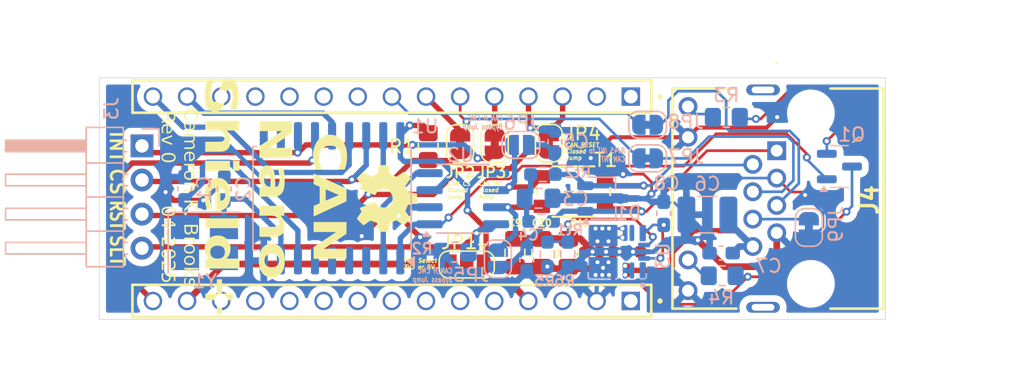
<source format=kicad_pcb>
(kicad_pcb (version 20241229) (generator "pcbnew") (generator_version "9.0")
  (layers (0 "F.Cu" signal) (4 "In1.Cu" signal) (6 "In2.Cu" signal) (2 "B.Cu" signal) (13 "F.Paste" user) (15 "B.Paste" user) (5 "F.SilkS" user "F.Silkscreen") (7 "B.SilkS" user "B.Silkscreen") (1 "F.Mask" user) (3 "B.Mask" user) (25 "Edge.Cuts" user))
  (net 0 "")
  (net 1 "/A0")
  (net 2 "/A2")
  (net 3 "/A4")
  (net 4 "/A3")
  (net 5 "/D6")
  (net 6 "/RST1")
  (net 7 "+3V3")
  (net 8 "/A5")
  (net 9 "Net-(C3-Pad1)")
  (net 10 "/D10")
  (net 11 "/D0")
  (net 12 "/A6")
  (net 13 "/D9")
  (net 14 "/D8")
  (net 15 "/SYNC")
  (net 16 "GND")
  (net 17 "/A7")
  (net 18 "/RST2")
  (net 19 "/D7")
  (net 20 "/AREF")
  (net 21 "/A1")
  (net 22 "+5V")
  (net 23 "/D1")
  (net 24 "/ESTOP")
  (net 31 "/CAN_CS_DEFAULT")
  (net 32 "/CAN_INT_DEFAULT")
  (net 33 "/CAN_H")
  (net 34 "/CAN_L")
  (net 35 "/OSC2")
  (net 36 "/OSC1")
  (net 37 "/SILENT")
  (net 38 "/CAN_CS")
  (net 39 "/~{CAN_INT}")
  (net 40 "/CAN_RESET")
  (net 41 "/CAN_RX")
  (net 42 "/MISO")
  (net 43 "/SCK")
  (net 44 "/MOSI")
  (net 45 "/CAN_TX")
  (net 46 "/CAN_H_IN")
  (net 47 "/CAN_L_IN")
  (net 49 "/CAN_SHLD")
  (net 50 "/CAN_ESTOP")
  (net 51 "/LED_TX")
  (net 52 "/CAN_V+")
  (net 53 "/LED_PWR")
  (net 54 "/CAN_SYNC")
  (net 55 "Net-(Q1-S)")
  (net 56 "VCC")
  (net 57 "Net-(U3-FB)")
  (net 58 "Net-(U3-SW-Pad5)")
  (net 61 "Net-(U3-RT)")
  (footprint "SparkFun-Aesthetic:OSHW_Logo_5mm" (layer "F.Cu") (at 133 92.3 -90)
    (property "Reference" "Ref**" (hide yes))
    (property "Value" "Val**" (hide yes))
  )
  (footprint "Capacitor_SMD:C_0805_2012Metric_Pad1.18x1.45mm_HandSolder" (layer "F.Cu") (at 142.78 96.33 90)
    (property "Reference" "C9")
    (property "Value" "22u X5R")
  )
  (footprint "Jumper:SolderJumper-3_P1.3mm_Open_RoundedPad1.0x1.5mm" (layer "F.Cu") (at 139.19 97.2125 180)
    (property "Reference" "JP1")
    (property "Value" "VCC_SEL")
  )
  (footprint "Jumper:SolderJumper-2_P1.3mm_Bridged_RoundedPad1.0x1.5mm" (layer "F.Cu") (at 138.7 88.2 -90)
    (property "Reference" "JP2")
    (property "Value" "SolderJumper_2_Bridged" (hide yes))
  )
  (footprint "Jumper:SolderJumper-2_P1.3mm_Bridged_RoundedPad1.0x1.5mm" (layer "F.Cu") (at 141.275 88.2 -90)
    (property "Reference" "JP3")
    (property "Value" "SolderJumper_2_Bridged" (hide yes))
  )
  (footprint "kml-custom:25015504-RJ45" (layer "F.Cu") (at 162.26 88.73 90)
    (property "Reference" "J4")
    (property "Value" "8P8C_LED_Shielded" (hide yes))
  )
  (footprint "kml-custom:SAMTEC_SSQ-115-03-T-S" (layer "F.Cu") (at 133.62 99.93 180)
    (property "Reference" "J2" (hide yes))
    (property "Value" "SSQ-115-03-T-S")
  )
  (footprint "Resistor_SMD:R_0805_2012Metric_Pad1.20x1.40mm_HandSolder" (layer "F.Cu") (at 136.325 88.425 -90)
    (property "Reference" "R1")
    (property "Value" "10k")
  )
  (footprint "Capacitor_SMD:C_0805_2012Metric_Pad1.18x1.45mm_HandSolder" (layer "F.Cu") (at 146.76 96.34 90)
    (property "Reference" "C11")
    (property "Value" "22u X5R")
  )
  (footprint "Jumper:SolderJumper-2_P1.3mm_Bridged_RoundedPad1.0x1.5mm" (layer "F.Cu") (at 145.3 88.175 -90)
    (property "Reference" "JP4")
    (property "Value" "SolderJumper_2_Bridged" (hide yes))
  )
  (footprint "Capacitor_SMD:C_0805_2012Metric_Pad1.18x1.45mm_HandSolder" (layer "F.Cu") (at 144.78 96.34 90)
    (property "Reference" "C10")
    (property "Value" "22u X5R")
  )
  (footprint "kml-custom:SMT_13N002_TDK" (layer "F.Cu") (at 147.1305 91.775)
    (property "Reference" "T1")
    (property "Value" "B82789C0113N002")
  )
  (footprint "kml-custom:SAMTEC_SSQ-115-03-T-S" (layer "F.Cu") (at 133.625 84.7 180)
    (property "Reference" "J1" (hide yes))
    (property "Value" "SSQ-115-03-T-S")
  )
  (footprint "Jumper:SolderJumper-2_P1.3mm_Bridged_RoundedPad1.0x1.5mm" (layer "B.Cu") (at 152.65 89.3)
    (property "Reference" "JP7")
    (property "Value" "SolderJumper_2_Bridged")
  )
  (footprint "Package_TO_SOT_SMD:SOT-23" (layer "B.Cu") (at 166.925 89.9125)
    (property "Reference" "Q1")
    (property "Value" "AO3401A")
  )
  (footprint "Capacitor_SMD:C_1210_3225Metric_Pad1.33x2.70mm_HandSolder" (layer "B.Cu") (at 157.1 93.5 180)
    (property "Reference" "C6")
    (property "Value" "4.7u X7R")
  )
  (footprint "Crystal:Crystal_SMD_3225-4Pin_3.2x2.5mm_HandSoldering" (layer "B.Cu") (at 119.675 95.575)
    (property "Reference" "Y1")
    (property "Value" "16MHz 9pF")
  )
  (footprint "Capacitor_SMD:C_0603_1608Metric_Pad1.08x0.95mm_HandSolder" (layer "B.Cu") (at 158.125 96.36 180)
    (property "Reference" "C7")
    (property "Value" "100n X7R")
  )
  (footprint "Jumper:SolderJumper-2_P1.3mm_Open_RoundedPad1.0x1.5mm" (layer "B.Cu") (at 143.225 88.3)
    (property "Reference" "JP6")
    (property "Value" "SolderJumper_2_Open" (hide yes))
  )
  (footprint "Resistor_SMD:R_0805_2012Metric_Pad1.20x1.40mm_HandSolder" (layer "B.Cu") (at 158.2 98.05 180)
    (property "Reference" "R4")
    (property "Value" "510R")
  )
  (footprint "Capacitor_SMD:C_0603_1608Metric_Pad1.08x0.95mm_HandSolder" (layer "B.Cu") (at 153.85 93.4 90)
    (property "Reference" "C8")
    (property "Value" "1u X7R")
  )
  (footprint "Jumper:SolderJumper-2_P1.3mm_Bridged_RoundedPad1.0x1.5mm" (layer "B.Cu") (at 152.65 86.8)
    (property "Reference" "JP8")
    (property "Value" "SolderJumper_2_Bridged")
  )
  (footprint "Capacitor_SMD:C_0603_1608Metric_Pad1.08x0.95mm_HandSolder" (layer "B.Cu") (at 143.66 96.86 90)
    (property "Reference" "C4")
    (property "Value" "100p")
  )
  (footprint "Jumper:SolderJumper-2_P1.3mm_Bridged_RoundedPad1.0x1.5mm" (layer "B.Cu") (at 164.65 94.45 90)
    (property "Reference" "JP9")
    (property "Value" "SolderJumper_2_Bridged")
  )
  (footprint "Capacitor_SMD:C_0603_1608Metric_Pad1.08x0.95mm_HandSolder" (layer "B.Cu") (at 121.15 91.575 90)
    (property "Reference" "C2")
    (property "Value" "15p")
  )
  (footprint "Resistor_SMD:R_0603_1608Metric_Pad0.98x0.95mm_HandSolder" (layer "B.Cu") (at 144.8625 90.5)
    (property "Reference" "Rt2")
    (property "Value" "60")
  )
  (footprint "Resistor_SMD:R_0805_2012Metric_Pad1.20x1.40mm_HandSolder" (layer "B.Cu") (at 158.51 86.24 180)
    (property "Reference" "R3")
    (property "Value" "510R")
  )
  (footprint "Jumper:SolderJumper-2_P1.3mm_Open_RoundedPad1.0x1.5mm" (layer "B.Cu") (at 141.51 96.79 -90)
    (property "Reference" "JP5")
    (property "Value" "SolderJumper_2_Open")
  )
  (footprint "Resistor_SMD:R_0603_1608Metric_Pad0.98x0.95mm_HandSolder" (layer "B.Cu") (at 146.71 96.46 -90)
    (property "Reference" "R6")
    (property "Value" "10k")
  )
  (footprint "Package_TO_SOT_SMD:TSOT-23" (layer "B.Cu") (at 149.325 92.2925)
    (property "Reference" "D1")
    (property "Value" "PESD2CANFD24LT-Q")
  )
  (footprint "Capacitor_SMD:C_0603_1608Metric_Pad1.08x0.95mm_HandSolder" (layer "B.Cu") (at 118.2 91.5625 90)
    (property "Reference" "C1")
    (property "Value" "15p")
  )
  (footprint "Package_SO:SOIC-8_3.9x4.9mm_P1.27mm" (layer "B.Cu") (at 138.9 92.31)
    (property "Reference" "U2")
    (property "Value" "TJA1051T-3")
  )
  (footprint "kml-custom:CONV_TLVM23615RDNR" (layer "B.Cu") (at 150.33 96.26 90)
    (property "Reference" "U3")
    (property "Value" "TPSM33625RDNR")
  )
  (footprint "Resistor_SMD:R_0805_2012Metric_Pad1.20x1.40mm_HandSolder" (layer "B.Cu") (at 138.32 96.29 180)
    (property "Reference" "R2")
    (property "Value" "10k")
  )
  (footprint "Connector_PinHeader_2.54mm:PinHeader_1x04_P2.54mm_Horizontal" (layer "B.Cu") (at 115.025 88.375 180)
    (property "Reference" "J3")
    (property "Value" "Conn_01x04_Pin" (hide yes))
  )
  (footprint "Resistor_SMD:R_0603_1608Metric_Pad0.98x0.95mm_HandSolder" (layer "B.Cu") (at 145.19 96.4525 90)
    (property "Reference" "R5")
    (property "Value" "Rfbt")
  )
  (footprint "Capacitor_SMD:C_0805_2012Metric_Pad1.18x1.45mm_HandSolder" (layer "B.Cu") (at 144.5375 92.275)
    (property "Reference" "C3")
    (property "Value" "4.7n")
  )
  (footprint "Resistor_SMD:R_0603_1608Metric_Pad0.98x0.95mm_HandSolder" (layer "B.Cu") (at 144.725 94 180)
    (property "Reference" "Rt1")
    (property "Value" "60")
  )
  (footprint "Package_SO:SOIC-18W_7.5x11.6mm_P1.27mm" (layer "B.Cu") (at 129.17 92.275 90)
    (property "Reference" "U1")
    (property "Value" "MCP2515-xSO")
  )
  (footprint "Capacitor_SMD:C_0603_1608Metric_Pad1.08x0.95mm_HandSolder" (layer "B.Cu") (at 145.75 88.0625 90)
    (property "Reference" "C5")
    (property "Value" "100p")
  )
  (gr_rect (start 111.85 83.3) (end 170.35 101.3) (stroke (width 0.05)) (fill no) (layer "Edge.Cuts"))
  (gr_text "Cameron K. Brooks\nRev 0       04-2025" (at 116.325 92.2 270) (layer "F.SilkS") (effects (font (size 1 1) (thickness 0.125) (italic yes)) (justify bottom)))
  (gr_text "CS" (at 112.6 89.925 270) (layer "F.SilkS") (effects (font (size 1 1) (thickness 0.2) (bold yes)) (justify left bottom)))
  (gr_text "CAN INT\nClosed \nJump" (at 140.01 92.32 0) (layer "F.SilkS") (effects (font (size 0.3 0.3) (thickness 0.075) (bold yes) (italic yes)) (justify left bottom)))
  (gr_text "VCC Select\n3V3 or 5V" (at 134.44 97.58 0) (layer "F.SilkS") (effects (font (size 0.3 0.3) (thickness 0.075) (bold yes) (italic yes)) (justify left bottom)))
  (gr_text "INT" (at 112.575 87.15 270) (layer "F.SilkS") (effects (font (size 1 1) (thickness 0.2) (bold yes)) (justify left bottom)))
  (gr_text "CAN\nNano\nShield+" (at 119.325 92.25 270) (layer "F.SilkS") (effects (font (size 2.4 3) (thickness 0.2) (bold yes)) (justify bottom)))
  (gr_text "RST" (at 112.6 92.315 270) (layer "F.SilkS") (effects (font (size 1 0.8) (thickness 0.2) (bold yes)) (justify left bottom)))
  (gr_text "SLT" (at 112.6 94.9 270) (layer "F.SilkS") (effects (font (size 1 0.9) (thickness 0.2) (bold yes)) (justify left bottom)))
  (gr_text "CAN RESET\nClosed \nJump" (at 146.52 89.44 0) (layer "F.SilkS") (effects (font (size 0.3 0.3) (thickness 0.075) (bold yes) (italic yes)) (justify left bottom)))
  (gr_text "CAN CS\nClosed \nJump" (at 137.73 92.33 0) (layer "F.SilkS") (effects (font (size 0.3 0.3) (thickness 0.075) (bold yes) (italic yes)) (justify left bottom)))
  (gr_text "RJ45 INT to \nCAN INT" (at 151.04 89.6 0) (layer "B.SilkS") (effects (font (size 0.4 0.3) (thickness 0.075) (bold yes) (italic yes)) (justify left bottom mirror)))
  (gr_text "CAN_H CMC \nBypass Jump" (at 141.93 87.18 0) (layer "B.SilkS") (effects (font (size 0.4 0.3) (thickness 0.075) (bold yes) (italic yes)) (justify left bottom mirror)))
  (gr_text "CAN_H CMC \nBypass Jump" (at 138.19 98.56 0) (layer "B.SilkS") (effects (font (size 0.4 0.3) (thickness 0.075) (bold yes) (italic yes)) (justify left bottom mirror)))
  (segment (start 146.325 84.69) (end 146.325 86.325) (width 0.4) (layer "F.Cu") (net 6))
  (segment (start 145.3 87.35) (end 145.3 87.525) (width 0.4) (layer "F.Cu") (net 6))
  (segment (start 146.325 86.325) (end 145.3 87.35) (width 0.4) (layer "F.Cu") (net 6))
  (segment (start 137.89 97.2125) (end 137.8525 97.175) (width 0.5) (layer "F.Cu") (net 7))
  (segment (start 121.135 97.175) (end 118.38 99.93) (width 0.5) (layer "F.Cu") (net 7))
  (segment (start 137.8525 97.175) (end 121.135 97.175) (width 0.5) (layer "F.Cu") (net 7))
  (segment (start 143.65 92.425) (end 143.5 92.275) (width 0.4) (layer "B.Cu") (net 9))
  (segment (start 144.125 90.325) (end 143.95 90.5) (width 0.4) (layer "B.Cu") (net 9))
  (segment (start 143.95 91.825) (end 143.5 92.275) (width 0.4) (layer "B.Cu") (net 9))
  (segment (start 143.8125 94) (end 143.65 93.8375) (width 0.4) (layer "B.Cu") (net 9))
  (segment (start 143.95 90.5) (end 143.95 91.825) (width 0.4) (layer "B.Cu") (net 9))
  (segment (start 143.65 93.8375) (end 143.65 92.425) (width 0.4) (layer "B.Cu") (net 9))
  (segment (start 138.705 86.094) (end 138.705 84.7) (width 0.2) (layer "F.Cu") (net 15))
  (segment (start 138.75 84.735) (end 138.705 84.69) (width 0.4) (layer "F.Cu") (net 15))
  (segment (start 139.171 86.56) (end 138.705 86.094) (width 0.2) (layer "F.Cu") (net 15))
  (via (at 139.171 86.56) (size 0.6) (drill 0.3) (layers "F.Cu" "B.Cu") (net 15))
  (segment (start 152 89.3) (end 149.0615 86.3615) (width 0.2) (layer "B.Cu") (net 15))
  (segment (start 139.3695 86.3615) (end 139.171 86.56) (width 0.2) (layer "B.Cu") (net 15))
  (segment (start 149.0615 86.3615) (end 139.3695 86.3615) (width 0.2) (layer "B.Cu") (net 15))
  (segment (start 149.9687 87.73) (end 148.42 89.2787) (width 0.3) (layer "F.Cu") (net 16))
  (segment (start 143.785 84.7) (end 143.785 86.910653) (width 0.4) (layer "F.Cu") (net 16))
  (segment (start 152.951 91.923355) (end 152.931303 91.943052) (width 0.2) (layer "F.Cu") (net 16))
  (segment (start 158.375 97.375) (end 161.125 97.375) (width 0.5) (layer "F.Cu") (net 16))
  (segment (start 163.3 91.81) (end 162.26 90.77) (width 0.2) (layer "F.Cu") (net 16))
  (segment (start 117.39 92.43) (end 116.78 91.82) (width 0.4) (layer "F.Cu") (net 16))
  (segment (start 150.825 90.4787) (end 152.348643 90.4787) (width 0.2) (layer "F.Cu") (net 16))
  (segment (start 161.509 87.011) (end 162.29 86.23) (width 0.3) (layer "F.Cu") (net 16))
  (segment (start 161.125 97.375) (end 162.26 96.24) (width 0.5) (layer "F.Cu") (net 16))
  (segment (start 147.625 95.275) (end 145.5375 95.275) (width 0.5) (layer "F.Cu") (net 16))
  (segment (start 155.66 87.73) (end 156.379 87.011) (width 0.3) (layer "F.Cu") (net 16))
  (segment (start 156.392831 95.392831) (end 158.375 97.375) (width 0.5) (layer "F.Cu") (net 16))
  (segment (start 156.379 87.011) (end 161.509 87.011) (width 0.3) (layer "F.Cu") (net 16))
  (segment (start 162.26 96.24) (end 162.26 94.85) (width 0.5) (layer "F.Cu") (net 16))
  (segment (start 148.56 96.26) (end 148.56 96.21) (width 0.5) (layer "F.Cu") (net 16))
  (segment (start 164.37 92.03) (end 164.15 91.81) (width 0.2) (layer "F.Cu") (net 16))
  (segment (start 164.15 91.81) (end 163.3 91.81) (width 0.2) (layer "F.Cu") (net 16))
  (segment (start 145.5375 95.275) (end 145.525 95.2625) (width 0.5) (layer "F.Cu") (net 16))
  (segment (start 152.348643 90.4787) (end 152.951 91.081057) (width 0.2) (layer "F.Cu") (net 16))
  (segment (start 148.56 96.21) (end 147.625 95.275) (width 0.5) (layer "F.Cu") (net 16))
  (segment (start 135.725 95.175) (end 134.125 93.575) (width 0.4) (layer "F.Cu") (net 16))
  (segment (start 155.66 87.73) (end 149.9687 87.73) (width 0.3) (layer "F.Cu") (net 16))
  (segment (start 152.951 91.081057) (end 152.951 91.923355) (width 0.2) (layer "F.Cu") (net 16))
  (segment (start 143.785 86.910653) (end 143.919347 87.045) (width 0.4) (layer "F.Cu") (net 16))
  (segment (start 132.9 93.575) (end 134.125 93.575) (width 0.4) (layer "F.Cu") (net 16))
  (segment (start 131.375 95.1) (end 132.9 93.575) (width 0.4) (layer "F.Cu") (net 16))
  (segment (start 145.525 95.2625) (end 142.81 95.2625) (width 0.5) (layer "F.Cu") (net 16))
  (segment (start 119.59 92.43) (end 117.39 92.43) (width 0.4) (layer "F.Cu") (net 16))
  (segment (start 142.81 95.2625) (end 142.78 95.2925) (width 0.5) (layer "F.Cu") (net 16))
  (via (at 131.375 95.1) (size 0.6) (drill 0.3) (layers "F.Cu" "B.Cu") (net 16))
  (via (at 135.725 95.175) (size 0.6) (drill 0.3) (layers "F.Cu" "B.Cu") (net 16))
  (via (at 143.919347 87.045) (size 0.6) (drill 0.3) (layers "F.Cu" "B.Cu") (net 16))
  (via (at 152.931303 91.943052) (size 0.6) (drill 0.3) (layers "F.Cu" "B.Cu") (net 16))
  (via (at 148.42 89.2787) (size 0.6) (drill 0.3) (layers "F.Cu" "B.Cu") (net 16))
  (via (at 119.59 92.43) (size 0.6) (drill 0.3) (layers "F.Cu" "B.Cu") (net 16))
  (via (at 150.825 90.4787) (size 0.6) (drill 0.3) (layers "F.Cu" "B.Cu") (net 16))
  (via (at 162.29 86.23) (size 0.6) (drill 0.3) (layers "F.Cu" "B.Cu") (net 16))
  (via (at 156.392831 95.392831) (size 0.6) (drill 0.3) (layers "F.Cu" "B.Cu") (net 16))
  (via (at 134.125 93.575) (size 0.6) (drill 0.3) (layers "F.Cu" "B.Cu") (net 16))
  (via (at 116.78 91.82) (size 0.6) (drill 0.3) (layers "F.Cu" "B.Cu") (net 16))
  (via (at 164.37 92.03) (size 0.6) (drill 0.3) (layers "F.Cu" "B.Cu") (net 16))
  (segment (start 157.2625 95.225) (end 155.5375 93.5) (width 0.4) (layer "B.Cu") (net 16))
  (segment (start 157.2625 96.36) (end 157.2625 95.225) (width 0.4) (layer "B.Cu") (net 16))
  (segment (start 144.3775 98.44) (end 143.66 97.7225) (width 0.5) (layer "B.Cu") (net 16))
  (segment (start 153.12 96.26) (end 154.03 95.35) (width 0.35) (layer "B.Cu") (net 16))
  (segment (start 145.6425 98.44) (end 144.3775 98.44) (width 0.5) (layer "B.Cu") (net 16))
  (segment (start 146.71 97.3725) (end 147.1175 97.3725) (width 0.5) (layer "B.Cu") (net 16))
  (segment (start 153.016923 91.943052) (end 154.189975 90.77) (width 0.2) (layer "B.Cu") (net 16))
  (segment (start 134.755 92.945) (end 134.125 93.575) (width 0.4) (layer "B.Cu") (net 16))
  (segment (start 154.03 95.35) (end 154.375 95.35) (width 0.35) (layer "B.Cu") (net 16))
  (segment (start 148.23 96.26) (end 148.56 96.26) (width 0.5) (layer "B.Cu") (net 16))
  (segment (start 152.56438 92.309975) (end 150.652475 92.309975) (width 0.4) (layer "B.Cu") (net 16))
  (segment (start 150.635 92.2925) (end 150.6425 92.3) (width 0.8) (layer "B.Cu") (net 16))
  (segment (start 155.16 98.66) (end 155.66 99.16) (width 0.3) (layer "B.Cu") (net 16))
  (segment (start 142.9325 98.45) (end 139.48 98.45) (width 0.5) (layer "B.Cu") (net 16))
  (segment (start 150.652475 92.309975) (end 150.635 92.2925) (width 0.4) (layer "B.Cu") (net 16))
  (segment (start 145.575 92.275) (end 146.925 92.275) (width 0.75) (layer "B.Cu") (net 16))
  (segment (start 164.65 95.099999) (end 165.032754 95.099999) (width 0.2) (layer "B.Cu") (net 16))
  (segment (start 154.189975 90.77) (end 162.26 90.77) (width 0.2) (layer "B.Cu") (net 16))
  (segment (start 165.706 93.366) (end 164.37 92.03) (width 0.2) (layer "B.Cu") (net 16))
  (segment (start 148.86 98.83) (end 149.03 98.66) (width 0.3) (layer "B.Cu") (net 16))
  (segment (start 146.925 92.275) (end 150.6175 92.275) (width 0.75) (layer "B.Cu") (net 16))
  (segment (start 152.63 96.26) (end 153.12 96.26) (width 0.35) (layer "B.Cu") (net 16))
  (segment (start 136.425 92.945) (end 134.755 92.945) (width 0.4) (layer "B.Cu") (net 16))
  (segment (start 165.032754 95.099999) (end 165.706 94.426753) (width 0.2) (layer "B.Cu") (net 16))
  (segment (start 143.919347 87.045) (end 145.595 87.045) (width 0.4) (layer "B.Cu") (net 16))
  (segment (start 145.595 87.045) (end 145.75 87.2) (width 0.4) (layer "B.Cu") (net 16))
  (segment (start 152.62 96.25) (end 152.63 96.26) (width 0.2) (layer "B.Cu") (net 16))
  (segment (start 152.931303 91.943052) (end 153.016923 91.943052) (width 0.2) (layer "B.Cu") (net 16))
  (segment (start 154.375 95.35) (end 155.375 95.35) (width 0.5) (layer "B.Cu") (net 16))
  (segment (start 143.66 97.7225) (end 142.9325 98.45) (width 0.5) (layer "B.Cu") (net 16))
  (segment (start 165.706 94.426753) (end 165.706 93.366) (width 0.2) (layer "B.Cu") (net 16))
  (segment (start 146.71 97.3725) (end 145.6425 98.44) (width 0.5) (layer "B.Cu") (net 16))
  (segment (start 121.15 90.7125) (end 121.15 90.87) (width 0.4) (layer "B.Cu") (net 16))
  (segment (start 121.15 90.87) (end 119.59 92.43) (width 0.4) (layer "B.Cu") (net 16))
  (segment (start 155.375 93.475) (end 155.375 95.35) (width 0.5) (layer "B.Cu") (net 16))
  (segment (start 139.48 98.45) (end 137.32 96.29) (width 0.5) (layer "B.Cu") (net 16))
  (segment (start 153.85 92.6) (end 154.6375 92.6) (width 0.2) (layer "B.Cu") (net 16))
  (segment (start 147.1175 97.3725) (end 148.23 96.26) (width 0.5) (layer "B.Cu") (net 16))
  (segment (start 155.31 88.08) (end 155.66 87.73) (width 0.3) (layer "B.Cu") (net 16))
  (segment (start 156.392831 95.392831) (end 156.35 95.35) (width 0.5) (layer "B.Cu") (net 16))
  (segment (start 149.03 98.66) (end 155.16 98.66) (width 0.3) (layer "B.Cu") (net 16))
  (segment (start 148.86 99.93) (end 148.86 98.83) (width 0.3) (layer "B.Cu") (net 16))
  (segment (start 156.35 95.35) (end 155.375 95.35) (width 0.5) (layer "B.Cu") (net 16))
  (segment (start 152.931303 91.943052) (end 152.56438 92.309975) (width 0.4) (layer "B.Cu") (net 16))
  (segment (start 154.6375 92.6) (end 155.5375 93.5) (width 0.2) (layer "B.Cu") (net 16))
  (segment (start 142.2685 98.4185) (end 142.275 98.425) (width 0.5) (layer "F.Cu") (net 22))
  (segment (start 139.19 97.857384) (end 139.751116 98.4185) (width 0.5) (layer "F.Cu") (net 22))
  (segment (start 139.19 97.2125) (end 139.19 97.857384) (width 0.5) (layer "F.Cu") (net 22))
  (segment (start 139.751116 98.4185) (end 142.2685 98.4185) (width 0.5) (layer "F.Cu") (net 22))
  (segment (start 142.275 98.425) (end 143.78 99.93) (width 0.5) (layer "F.Cu") (net 22))
  (segment (start 143.755 99.93) (end 143.785 99.93) (width 0.4) (layer "F.Cu") (net 22))
  (segment (start 152 86.8) (end 151.16 85.96) (width 0.2) (layer "B.Cu") (net 24))
  (segment (start 151.16 85.96) (end 134.885 85.96) (width 0.2) (layer "B.Cu") (net 24))
  (segment (start 134.885 85.96) (end 133.625 84.7) (width 0.2) (layer "B.Cu") (net 24))
  (segment (start 138.7 87.55) (end 138.7 87.235) (width 0.4) (layer "F.Cu") (net 31))
  (segment (start 138.7 87.235) (end 136.165 84.7) (width 0.4) (layer "F.Cu") (net 31))
  (segment (start 138.7 87.55) (end 138.75 87.5) (width 0.4) (layer "F.Cu") (net 31))
  (segment (start 141.245 87.27) (end 141.275 87.3) (width 0.4) (layer "F.Cu") (net 32))
  (segment (start 141.275 87.3) (end 141.275 84.72) (width 0.4) (layer "F.Cu") (net 32))
  (segment (start 141.275 84.72) (end 141.245 84.69) (width 0.4) (layer "F.Cu") (net 32))
  (segment (start 141.275 84.72) (end 141.245 84.69) (width 0.4) (layer "B.Cu") (net 32))
  (segment (start 152.534918 93.275) (end 157.079918 88.73) (width 0.2) (layer "F.Cu") (net 33))
  (segment (start 152.225 93.275) (end 152.534918 93.275) (width 0.2) (layer "F.Cu") (net 33))
  (segment (start 152.18 93.26) (end 151.995 93.075) (width 0.4) (layer "F.Cu") (net 33))
  (segment (start 152.21 93.26) (end 152.225 93.275) (width 0.2) (layer "F.Cu") (net 33))
  (segment (start 149.68 93.075) (end 149.48 92.875) (width 0.4) (layer "F.Cu") (net 33))
  (segment (start 152.21 93.26) (end 152.18 93.26) (width 0.4) (layer "F.Cu") (net 33))
  (segment (start 157.079918 88.73) (end 162.26 88.73) (width 0.2) (layer "F.Cu") (net 33))
  (segment (start 151.995 93.075) (end 149.68 93.075) (width 0.4) (layer "F.Cu") (net 33))
  (via (at 152.21 93.26) (size 0.6) (drill 0.3) (layers "F.Cu" "B.Cu") (net 33))
  (segment (start 150.675 93.2425) (end 152.215 93.2425) (width 0.4) (layer "B.Cu") (net 33))
  (segment (start 143.66 95.55) (end 143.66 95.9975) (width 0.4) (layer "B.Cu") (net 33))
  (segment (start 148.015 93.2425) (end 150.675 93.2425) (width 0.4) (layer "B.Cu") (net 33))
  (segment (start 145.6375 93.9625) (end 146.3575 93.2425) (width 0.4) (layer "B.Cu") (net 33))
  (segment (start 145.21 94) (end 143.66 95.55) (width 0.4) (layer "B.Cu") (net 33))
  (segment (start 142.2175 97.44) (end 141.51 97.44) (width 0.4) (layer "B.Cu") (net 33))
  (segment (start 146.3575 93.2425) (end 148.015 93.2425) (width 0.4) (layer "B.Cu") (net 33))
  (segment (start 143.66 95.9975) (end 142.2175 97.44) (width 0.4) (layer "B.Cu") (net 33))
  (segment (start 145.6375 94) (end 145.21 94) (width 0.4) (layer "B.Cu") (net 33))
  (segment (start 145.6375 94) (end 145.6375 93.9625) (width 0.4) (layer "B.Cu") (net 33))
  (segment (start 152.33 91.35) (end 150.155 91.35) (width 0.4) (layer "F.Cu") (net 34))
  (segment (start 152.35 91.33) (end 152.33 91.35) (width 0.4) (layer "F.Cu") (net 34))
  (segment (start 150.155 91.35) (end 149.48 90.675) (width 0.4) (layer "F.Cu") (net 34))
  (via (at 152.35 91.33) (size 0.6) (drill 0.3) (layers "F.Cu" "B.Cu") (net 34))
  (segment (start 148.015 91.3425) (end 152.3825 91.3425) (width 0.4) (layer "B.Cu") (net 34))
  (segment (start 148.015 91.3425) (end 147.1725 90.5) (width 0.4) (layer "B.Cu") (net 34))
  (segment (start 145.775 88.95) (end 145.775 90.5) (width 0.4) (layer "B.Cu") (net 34))
  (segment (start 154.475 89.8) (end 152.945 91.33) (width 0.2) (layer "B.Cu") (net 34))
  (segment (start 160.43 89.8) (end 154.475 89.8) (width 0.2) (layer "B.Cu") (net 34))
  (segment (start 160.48 89.75) (end 160.43 89.8) (width 0.2) (layer "B.Cu") (net 34))
  (segment (start 145.125 88.3) (end 145.775 88.95) (width 0.4) (layer "B.Cu") (net 34))
  (segment (start 152.945 91.33) (end 152.35 91.33) (width 0.2) (layer "B.Cu") (net 34))
  (segment (start 147.1725 90.5) (end 145.775 90.5) (width 0.4) (layer "B.Cu") (net 34))
  (segment (start 143.875 88.3) (end 145.125 88.3) (width 0.4) (layer "B.Cu") (net 34))
  (segment (start 119.525 91.125) (end 118.225 92.425) (width 0.4) (layer "B.Cu") (net 35))
  (segment (start 126.63 96.925) (end 126.63 94.68) (width 0.4) (layer "B.Cu") (net 35))
  (segment (start 119.525 89.975) (end 119.525 91.125) (width 0.4) (layer "B.Cu") (net 35))
  (segment (start 118.2 92.3625) (end 118.2125 92.3625) (width 0.4) (layer "B.Cu") (net 35))
  (segment (start 118.225 92.3875) (end 118.2 92.3625) (width 0.4) (layer "B.Cu") (net 35))
  (segment (start 118.225 94.425) (end 118.225 92.3875) (width 0.4) (layer "B.Cu") (net 35))
  (segment (start 121.55 89.6) (end 119.9 89.6) (width 0.4) (layer "B.Cu") (net 35))
  (segment (start 119.9 89.6) (end 119.525 89.975) (width 0.4) (layer "B.Cu") (net 35))
  (segment (start 118.225 92.425) (end 118.2 92.425) (width 0.4) (layer "B.Cu") (net 35))
  (segment (start 126.63 94.68) (end 121.55 89.6) (width 0.4) (layer "B.Cu") (net 35))
  (segment (start 121.125 94.425) (end 121.125 92.5375) (width 0.4) (layer "B.Cu") (net 36))
  (segment (start 122.7125 92.3375) (end 125.36 94.985) (width 0.4) (layer "B.Cu") (net 36))
  (segment (start 121.325 92.3375) (end 122.7125 92.3375) (width 0.4) (layer "B.Cu") (net 36))
  (segment (start 125.36 94.985) (end 125.36 96.925) (width 0.4) (layer "B.Cu") (net 36))
  (segment (start 121.125 92.5375) (end 121.325 92.3375) (width 0.4) (layer "B.Cu") (net 36))
  (segment (start 115.12 95.9) (end 115.025 95.995) (width 0.4) (layer "F.Cu") (net 37))
  (segment (start 139.925 94.875) (end 138.9 95.9) (width 0.4) (layer "F.Cu") (net 37))
  (segment (start 138.9 95.9) (end 115.12 95.9) (width 0.4) (layer "F.Cu") (net 37))
  (via (at 139.925 94.875) (size 0.6) (drill 0.3) (layers "F.Cu" "B.Cu") (net 37))
  (segment (start 139.66 96.29) (end 139.32 96.29) (width 0.4) (layer "B.Cu") (net 37))
  (segment (start 140.21 94.59) (end 141 94.59) (width 0.4) (layer "B.Cu") (net 37))
  (segment (start 141 94.59) (end 141.375 94.215) (width 0.4) (layer "B.Cu") (net 37))
  (segment (start 139.925 94.875) (end 140.21 94.59) (width 0.4) (layer "B.Cu") (net 37))
  (segment (start 139.925 94.875) (end 139.925 96.025) (width 0.4) (layer "B.Cu") (net 37))
  (segment (start 139.925 96.025) (end 139.66 96.29) (width 0.4) (layer "B.Cu") (net 37))
  (segment (start 135.1625 89.4625) (end 138.0875 89.4625) (width 0.4) (layer "F.Cu") (net 38))
  (segment (start 115.025 90.915) (end 115.13 91.02) (width 0.4) (layer "F.Cu") (net 38))
  (segment (start 138.0875 89.4625) (end 138.75 88.8) (width 0.4) (layer "F.Cu") (net 38))
  (segment (start 115.13 91.02) (end 130.505 91.02) (width 0.4) (layer "F.Cu") (net 38))
  (segment (start 130.65 90.875) (end 133.75 90.875) (width 0.4) (layer "F.Cu") (net 38))
  (segment (start 130.505 91.02) (end 130.65 90.875) (width 0.4) (layer "F.Cu") (net 38))
  (segment (start 133.75 90.875) (end 135.1625 89.4625) (width 0.4) (layer "F.Cu") (net 38))
  (via (at 130.65 90.875) (size 0.6) (drill 0.3) (layers "F.Cu" "B.Cu") (net 38))
  (segment (start 130.65 90.875) (end 131.71 89.815) (width 0.4) (layer "B.Cu") (net 38))
  (segment (start 131.71 89.815) (end 131.71 87.625) (width 0.4) (layer "B.Cu") (net 38))
  (segment (start 115.525 88.875) (end 115.025 88.375) (width 0.4) (layer "F.Cu") (net 39))
  (segment (start 126.61 88.875) (end 115.525 88.875) (width 0.4) (layer "F.Cu") (net 39))
  (segment (start 140 89.3) (end 140.825 89.3) (width 0.4) (layer "F.Cu") (net 39))
  (segment (start 126.61 88.875) (end 126.65 88.875) (width 0.4) (layer "F.Cu") (net 39))
  (segment (start 126.65 88.875) (end 127.225 88.3) (width 0.4) (layer "F.Cu") (net 39))
  (segment (start 127.225 88.3) (end 135.15 88.3) (width 0.4) (layer "F.Cu") (net 39))
  (segment (start 140.825 89.3) (end 141.275 88.85) (width 0.4) (layer "F.Cu") (net 39))
  (via (at 140 89.3) (size 0.6) (drill 0.3) (layers "F.Cu" "B.Cu") (net 39))
  (via (at 126.61 88.875) (size 0.6) (drill 0.3) (layers "F.Cu" "B.Cu") (net 39))
  (via (at 135.15 88.3) (size 0.6) (drill 0.3) (layers "F.Cu" "B.Cu") (net 39))
  (segment (start 140 89.3) (end 139 88.3) (width 0.4) (layer "B.Cu") (net 39))
  (segment (start 139 88.3) (end 135.15 88.3) (width 0.4) (layer "B.Cu") (net 39))
  (segment (start 126.63 88.855) (end 126.63 87.625) (width 0.4) (layer "B.Cu") (net 39))
  (segment (start 126.61 88.875) (end 126.63 88.855) (width 0.4) (layer "B.Cu") (net 39))
  (segment (start 138.6365 90.0635) (end 136.7125 91.9875) (width 0.4) (layer "F.Cu") (net 40))
  (segment (start 142.4365 90.0635) (end 138.6365 90.0635) (width 0.4) (layer "F.Cu") (net 40))
  (segment (start 115.13 93.56) (end 115.025 93.455) (width 0.4) (layer "F.Cu") (net 40))
  (segment (start 143.675 88.825) (end 142.4365 90.0635) (width 0.4) (layer "F.Cu") (net 40))
  (segment (start 131.8625 91.9875) (end 130.29 93.56) (width 0.4) (layer "F.Cu") (net 40))
  (segment (start 145.3 88.825) (end 143.675 88.825) (width 0.4) (layer "F.Cu") (net 40))
  (segment (start 130.29 93.56) (end 115.13 93.56) (width 0.4) (layer "F.Cu") (net 40))
  (segment (start 136.7125 91.9875) (end 131.8625 91.9875) (width 0.4) (layer "F.Cu") (net 40))
  (via (at 131.8625 91.9875) (size 0.6) (drill 0.3) (layers "F.Cu" "B.Cu") (net 40))
  (segment (start 131.8625 91.9875) (end 132.98 90.87) (width 0.4) (layer "B.Cu") (net 40))
  (segment (start 132.98 90.87) (end 132.98 87.625) (width 0.4) (layer "B.Cu") (net 40))
  (segment (start 132.98 92.875001) (end 135.450001 90.405) (width 0.4) (layer "B.Cu") (net 41))
  (segment (start 132.98 96.925) (end 132.98 92.875001) (width 0.4) (layer "B.Cu") (net 41))
  (segment (start 135.450001 90.405) (end 136.425 90.405) (width 0.4) (layer "B.Cu") (net 41))
  (segment (start 115.845 84.72) (end 118.1 86.975) (width 0.4) (layer "B.Cu") (net 42))
  (segment (start 124.725 90.35) (end 129.875 90.35) (width 0.4) (layer "B.Cu") (net 42))
  (segment (start 115.845 84.69) (end 115.845 84.72) (width 0.4) (layer "B.Cu") (net 42))
  (segment (start 129.875 90.35) (end 130.44 89.785) (width 0.4) (layer "B.Cu") (net 42))
  (segment (start 130.44 89.785) (end 130.44 87.625) (width 0.4) (layer "B.Cu") (net 42))
  (segment (start 121.35 86.975) (end 124.725 90.35) (width 0.4) (layer "B.Cu") (net 42))
  (segment (start 118.1 86.975) (end 121.35 86.975) (width 0.4) (layer "B.Cu") (net 42))
  (segment (start 127.7 89.45) (end 127.5 89.65) (width 0.4) (layer "F.Cu") (net 43))
  (segment (start 113.475 97.56) (end 115.845 99.93) (width 0.4) (layer "F.Cu") (net 43))
  (segment (start 114.3 89.65) (end 113.475 90.475) (width 0.4) (layer "F.Cu") (net 43))
  (segment (start 113.475 90.475) (end 113.475 97.56) (width 0.4) (layer "F.Cu") (net 43))
  (segment (start 127.5 89.65) (end 114.3 89.65) (width 0.4) (layer "F.Cu") (net 43))
  (via (at 127.7 89.45) (size 0.6) (drill 0.3) (layers "F.Cu" "B.Cu") (net 43))
  (segment (start 127.9 89.25) (end 127.9 87.625) (width 0.4) (layer "B.Cu") (net 43))
  (segment (start 127.7 89.45) (end 127.9 89.25) (width 0.4) (layer "B.Cu") (net 43))
  (segment (start 119.635 85.94) (end 118.385 84.69) (width 0.4) (layer "B.Cu") (net 44))
  (segment (start 128.509999 85.94) (end 119.635 85.94) (width 0.4) (layer "B.Cu") (net 44))
  (segment (start 129.17 86.600001) (end 128.509999 85.94) (width 0.4) (layer "B.Cu") (net 44))
  (segment (start 129.17 87.625) (end 129.17 86.600001) (width 0.4) (layer "B.Cu") (net 44))
  (segment (start 164.501 89.23) (end 164.501 88.969) (width 0.2) (layer "F.Cu") (net 45))
  (segment (start 163.002 87.47) (end 157.755 87.47) (width 0.2) (layer "F.Cu") (net 45))
  (segment (start 155.3463 89.8787) (end 143.32982 89.8787) (width 0.2) (layer "F.Cu") (net 45))
  (segment (start 140.7135 90.8365) (end 137.8375 93.7125) (width 0.2) (layer "F.Cu") (net 45))
  (segment (start 164.501 88.969) (end 163.002 87.47) (width 0.2) (layer "F.Cu") (net 45))
  (segment (start 142.37202 90.8365) (end 140.7135 90.8365) (width 0.2) (layer "F.Cu") (net 45))
  (segment (start 143.32982 89.8787) (end 142.37202 90.8365) (width 0.2) (layer "F.Cu") (net 45))
  (segment (start 157.755 87.47) (end 155.3463 89.8787) (width 0.2) (layer "F.Cu") (net 45))
  (via (at 137.8375 93.7125) (size 0.6) (drill 0.3) (layers "F.Cu" "B.Cu") (net 45))
  (via (at 164.501 89.23) (size 0.6) (drill 0.3) (layers "F.Cu" "B.Cu") (net 45))
  (segment (start 164.501 89.376) (end 164.501 89.23) (width 0.2) (layer "B.Cu") (net 45))
  (segment (start 137.8375 93.7125) (end 137.335 94.215) (width 0.2) (layer "B.Cu") (net 45))
  (segment (start 165.9875 90.8625) (end 164.501 89.376) (width 0.2) (layer "B.Cu") (net 45))
  (segment (start 135.285 94.215) (end 136.425 94.215) (width 0.4) (layer "B.Cu") (net 45))
  (segment (start 137.335 94.215) (end 136.425 94.215) (width 0.2) (layer "B.Cu") (net 45))
  (segment (start 134.25 96.925) (end 134.25 95.25) (width 0.4) (layer "B.Cu") (net 45))
  (segment (start 134.25 95.25) (end 135.285 94.215) (width 0.4) (layer "B.Cu") (net 45))
  (segment (start 142.245 92.945) (end 144.711 92.945) (width 0.4) (layer "F.Cu") (net 46))
  (segment (start 144.711 92.945) (end 144.781 92.875) (width 0.4) (layer "F.Cu") (net 46))
  (via (at 142.245 92.945) (size 0.6) (drill 0.3) (layers "F.Cu" "B.Cu") (net 46))
  (segment (start 142.245 92.945) (end 142.825 93.525) (width 0.4) (layer "B.Cu") (net 46))
  (segment (start 142.825 94.9) (end 142.375 95.35) (width 0.4) (layer "B.Cu") (net 46))
  (segment (start 142.825 93.525) (end 142.825 94.9) (width 0.4) (layer "B.Cu") (net 46))
  (segment (start 142.3 95.35) (end 141.51 96.14) (width 0.4) (layer "B.Cu") (net 46))
  (segment (start 142.245 92.945) (end 141.375 92.945) (width 0.4) (layer "B.Cu") (net 46))
  (segment (start 142.375 95.35) (end 142.3 95.35) (width 0.4) (layer "B.Cu") (net 46))
  (segment (start 144.0185 91.4375) (end 144.781 90.675) (width 0.4) (layer "F.Cu") (net 47))
  (segment (start 142.3625 91.4375) (end 144.0185 91.4375) (width 0.4) (layer "F.Cu") (net 47))
  (via (at 142.3625 91.4375) (size 0.6) (drill 0.3) (layers "F.Cu" "B.Cu") (net 47))
  (segment (start 142.751 88.476) (end 142.575 88.3) (width 0.4) (layer "B.Cu") (net 47))
  (segment (start 142.3625 91.4375) (end 142.125 91.675) (width 0.4) (layer "B.Cu") (net 47))
  (segment (start 142.125 91.675) (end 141.375 91.675) (width 0.4) (layer "B.Cu") (net 47))
  (segment (start 142.751 91.049) (end 142.751 88.476) (width 0.4) (layer "B.Cu") (net 47))
  (segment (start 142.3625 91.4375) (end 142.751 91.049) (width 0.4) (layer "B.Cu") (net 47))
  (segment (start 160.48 93.83) (end 164.620001 93.83) (width 0.2) (layer "B.Cu") (net 49))
  (segment (start 164.620001 93.83) (end 164.65 93.800001) (width 0.2) (layer "B.Cu") (net 49))
  (segment (start 157.8 84.3) (end 154.9 84.3) (width 0.2) (layer "B.Cu") (net 50))
  (segment (start 153.6 86.8) (end 153.3 86.8) (width 0.2) (layer "B.Cu") (net 50))
  (segment (start 154.2 86.2) (end 153.6 86.8) (width 0.2) (layer "B.Cu") (net 50))
  (segment (start 163.901 87.9339) (end 163.2271 87.26) (width 0.2) (layer "B.Cu") (net 50))
  (segment (start 158.5 87.03) (end 158.5 85) (width 0.2) (layer "B.Cu") (net 50))
  (segment (start 154.9 84.3) (end 154.2 85) (width 0.2) (layer "B.Cu") (net 50))
  (segment (start 154.2 85) (end 154.2 86.2) (width 0.2) (layer "B.Cu") (net 50))
  (segment (start 162.26 92.81) (end 163.901 91.169) (width 0.2) (layer "B.Cu") (net 50))
  (segment (start 158.73 87.26) (end 158.5 87.03) (width 0.2) (layer "B.Cu") (net 50))
  (segment (start 163.901 91.169) (end 163.901 87.9339) (width 0.2) (layer "B.Cu") (net 50))
  (segment (start 163.2271 87.26) (end 158.73 87.26) (width 0.2) (layer "B.Cu") (net 50))
  (segment (start 158.5 85) (end 157.8 84.3) (width 0.2) (layer "B.Cu") (net 50))
  (segment (start 157.5 86) (end 156.22 86) (width 0.2) (layer "B.Cu") (net 51))
  (segment (start 156.22 86) (end 155.66 85.44) (width 0.2) (layer "B.Cu") (net 51))
  (segment (start 150.98 97.31) (end 151.160001 97.31) (width 0.4) (layer "F.Cu") (net 52))
  (segment (start 151.161 97.949) (end 150.98 97.949) (width 0.4) (layer "F.Cu") (net 52))
  (segment (start 154.475 97.35) (end 154.475 96.319298) (width 0.4) (layer "F.Cu") (net 52))
  (segment (start 151.500001 97.65) (end 154.175 97.65) (width 0.4) (layer "F.Cu") (net 52))
  (segment (start 151.160001 97.31) (end 151.500001 97.65) (width 0.4) (layer "F.Cu") (net 52))
  (segment (start 154.475 96.319298) (end 156.102467 94.691831) (width 0.4) (layer "F.Cu") (net 52))
  (segment (start 156.102467 94.691831) (end 159.301831 94.691831) (width 0.4) (layer "F.Cu") (net 52))
  (segment (start 151.500001 97.65) (end 151.46 97.65) (width 0.4) (layer "F.Cu") (net 52))
  (segment (start 151.46 97.65) (end 151.161 97.949) (width 0.4) (layer "F.Cu") (net 52))
  (segment (start 159.301831 94.691831) (end 160.48 95.87) (width 0.4) (layer "F.Cu") (net 52))
  (segment (start 154.175 97.65) (end 154.475 97.35) (width 0.4) (layer "F.Cu") (net 52))
  (segment (start 160.48 95.87) (end 159.4775 95.87) (width 0.5) (layer "B.Cu") (net 52))
  (segment (start 158.5 93.89) (end 158.5 93.475) (width 0.5) (layer "B.Cu") (net 52))
  (segment (start 159.4775 95.87) (end 158.9875 96.36) (width 0.5) (layer "B.Cu") (net 52))
  (segment (start 160.48 95.87) (end 158.5 93.89) (width 0.5) (layer "B.Cu") (net 52))
  (segment (start 150.98 97.66) (end 151.48 97.66) (width 0.4) (layer "B.Cu") (net 52))
  (segment (start 155.66 96.87) (end 156.81 98.02) (width 0.2) (layer "B.Cu") (net 53))
  (segment (start 163.5 90.945628) (end 163.5 88.1) (width 0.2) (layer "B.Cu") (net 54))
  (segment (start 163.5 88.1) (end 163.08 87.68) (width 0.2) (layer "B.Cu") (net 54))
  (segment (start 163.08 87.68) (end 157.22 87.68) (width 0.2) (layer "B.Cu") (net 54))
  (segment (start 160.48 91.79) (end 162.655628 91.79) (width 0.2) (layer "B.Cu") (net 54))
  (segment (start 162.655628 91.79) (end 163.5 90.945628) (width 0.2) (layer "B.Cu") (net 54))
  (segment (start 157.22 87.68) (end 155.6 89.3) (width 0.2) (layer "B.Cu") (net 54))
  (segment (start 155.6 89.3) (end 153.3 89.3) (width 0.2) (layer "B.Cu") (net 54))
  (segment (start 165.597775 84.024) (end 163.402338 84.024) (width 0.2) (layer "F.Cu") (net 55))
  (segment (start 166.726 85.152225) (end 165.597775 84.024) (width 0.2) (layer "F.Cu") (net 55))
  (segment (start 161.066338 86.36) (end 160.71 86.36) (width 0.2) (layer "F.Cu") (net 55))
  (segment (start 166.726 87.274) (end 166.726 85.152225) (width 0.2) (layer "F.Cu") (net 55))
  (segment (start 165.98 88.02) (end 166.726 87.274) (width 0.2) (layer "F.Cu") (net 55))
  (segment (start 163.402338 84.024) (end 161.066338 86.36) (width 0.2) (layer "F.Cu") (net 55))
  (via (at 160.71 86.36) (size 0.6) (drill 0.3) (layers "F.Cu" "B.Cu") (net 55))
  (via (at 165.98 88.02) (size 0.6) (drill 0.3) (layers "F.Cu" "B.Cu") (net 55))
  (segment (start 165.9875 88.0275) (end 165.98 88.02) (width 0.2) (layer "B.Cu") (net 55))
  (segment (start 159.86 86.36) (end 159.5 86) (width 0.2) (layer "B.Cu") (net 55))
  (segment (start 160.71 86.36) (end 159.86 86.36) (width 0.2) (layer "B.Cu") (net 55))
  (segment (start 165.9875 88.9625) (end 165.9875 88.0275) (width 0.2) (layer "B.Cu") (net 55))
  (segment (start 145.525 97.3375) (end 142.81 97.3375) (width 0.5) (layer "F.Cu") (net 56))
  (segment (start 160.095 98.125) (end 160.1 98.125) (width 0.2) (layer "F.Cu") (net 56))
  (segment (start 149.78 97.99) (end 150.24 98.45) (width 0.2) (layer "F.Cu") (net 56))
  (segment (start 149.275 97.52) (end 145.3475 97.52) (width 0.5) (layer "F.Cu") (net 56))
  (segment (start 139.25 93.175) (end 140.63 94.555) (width 0.4) (layer "F.Cu") (net 56))
  (segment (start 140.63 97.0725) (end 140.49 97.2125) (width 0.4) (layer "F.Cu") (net 56))
  (segment (start 142.81 97.3375) (end 142.78 97.3675) (width 0.5) (layer "F.Cu") (net 56))
  (segment (start 136.325 87.225) (end 136.325 87.3875) (width 0.4) (layer "F.Cu") (net 56))
  (segment (start 140.63 94.555) (end 140.63 97.0725) (width 0.4) (layer "F.Cu") (net 56))
  (segment (start 150.24 98.45) (end 151.875 98.45) (width 0.2) (layer "F.Cu") (net 56))
  (segment (start 145.1925 97.365) (end 145.19 97.365) (width 0.5) (layer "F.Cu") (net 56))
  (segment (start 167.44887 93.277355) (end 162.601225 98.125) (width 0.2) (layer "F.Cu") (net 56))
  (segment (start 135.95 86.85) (end 136.325 87.225) (width 0.4) (layer "F.Cu") (net 56))
  (segment (start 142.78 97.3675) (end 142.6325 97.22) (width 0.4) (layer "F.Cu") (net 56))
  (segment (start 134.95 86.85) (end 135.95 86.85) (width 0.4) (layer "F.Cu") (net 56))
  (segment (start 149.78 97.99) (end 148.78 97.99) (width 0.2) (layer "F.Cu") (net 56))
  (segment (start 153.6 100.175) (end 158.045 100.175) (width 0.2) (layer "F.Cu") (net 56))
  (segment (start 149.335 97.46) (end 149.275 97.52) (width 0.5) (layer "F.Cu") (net 56))
  (segment (start 145.195 97.3375) (end 145.525 97.3375) (width 0.5) (layer "F.Cu") (net 56))
  (segment (start 162.601225 98.125) (end 160.1 98.125) (width 0.2) (layer "F.Cu") (net 56))
  (segment (start 151.875 98.45) (end 153.6 100.175) (width 0.2) (layer "F.Cu") (net 56))
  (segment (start 142.6325 97.22) (end 140.4975 97.22) (width 0.4) (layer "F.Cu") (net 56))
  (segment (start 145.3475 97.52) (end 145.1925 97.365) (width 0.5) (layer "F.Cu") (net 56))
  (segment (start 158.045 100.175) (end 160.095 98.125) (width 0.2) (layer "F.Cu") (net 56))
  (segment (start 145.19 97.365) (end 145.19 97.3425) (width 0.5) (layer "F.Cu") (net 56))
  (segment (start 145.19 97.3425) (end 145.195 97.3375) (width 0.5) (layer "F.Cu") (net 56))
  (segment (start 140.4975 97.22) (end 140.49 97.2125) (width 0.4) (layer "F.Cu") (net 56))
  (via (at 167.44887 93.277355) (size 0.6) (drill 0.3) (layers "F.Cu" "B.Cu") (net 56))
  (via (at 134.95 86.85) (size 0.6) (drill 0.3) (layers "F.Cu" "B.Cu") (net 56))
  (via (at 160.1 98.125) (size 0.6) (drill 0.3) (layers "F.Cu" "B.Cu") (net 56))
  (via (at 139.25 93.175) (size 0.6) (drill 0.3) (layers "F.Cu" "B.Cu") (net 56))
  (via (at 145.19 97.365) (size 0.6) (drill 0.3) (layers "F.Cu" "B.Cu") (net 56))
  (via (at 149.335 97.46) (size 0.6) (drill 0.3) (layers "F.Cu" "B.Cu") (net 56))
  (segment (start 134.25 87.625) (end 134.25 87.55) (width 0.4) (layer "B.Cu") (net 56))
  (segment (start 134.525 89.525) (end 137.301974 89.525) (width 0.4) (layer "B.Cu") (net 56))
  (segment (start 139.25 93.175) (end 139.25 91.5) (width 0.4) (layer "B.Cu") (net 56))
  (segment (start 159.275 98.125) (end 159.2 98.05) (width 0.2) (layer "B.Cu") (net 56))
  (segment (start 134.25 87.55) (end 134.95 86.85) (width 0.4) (layer "B.Cu") (net 56))
  (segment (start 139.25 91.5) (end 139.2575 91.4925) (width 0.4) (layer "B.Cu") (net 56))
  (segment (start 137.301974 89.525) (end 138.17 90.393026) (width 0.4) (layer "B.Cu") (net 56))
  (segment (start 136.911974 91.675) (end 136.425 91.675) (width 0.4) (layer "B.Cu") (net 56))
  (segment (start 137.8 90.775) (end 137.8 90.786974) (width 0.4) (layer "B.Cu") (net 56))
  (segment (start 139.2575 91.4925) (end 138.17 90.405) (width 0.4) (layer "B.Cu") (net 56))
  (segment (start 138.17 90.393026) (end 138.17 90.405) (width 0.4) (layer "B.Cu") (net 56))
  (segment (start 140.345 90.405) (end 141.375 90.405) (width 0.4) (layer "B.Cu") (net 56))
  (segment (start 139.2575 91.4925) (end 140.345 90.405) (width 0.4) (layer "B.Cu") (net 56))
  (segment (start 167.8625 89.9125) (end 167.8625 92.863725) (width 0.2) (layer "B.Cu") (net 56))
  (segment (start 167.8625 92.863725) (end 167.44887 93.277355) (width 0.2) (layer "B.Cu") (net 56))
  (segment (start 134.25 87.625) (end 134.25 89.25) (width 0.4) (layer "B.Cu") (net 56))
  (segment (start 138.17 90.405) (end 137.8 90.775) (width 0.4) (layer "B.Cu") (net 56))
  (segment (start 160.1 98.125) (end 159.275 98.125) (width 0.2) (layer "B.Cu") (net 56))
  (segment (start 137.8 90.786974) (end 136.911974 91.675) (width 0.4) (layer "B.Cu") (net 56))
  (segment (start 134.25 89.25) (end 134.525 89.525) (width 0.4) (layer "B.Cu") (net 56))
  (segment (start 147.115 93.83) (end 146.73 94.215) (width 0.2) (layer "F.Cu") (net 57))
  (segment (start 153.0375 95.1525) (end 151.715001 93.83) (width 0.2) (layer "F.Cu") (net 57))
  (segment (start 151.715001 93.83) (end 147.115 93.83) (width 0.2) (layer "F.Cu") (net 57))
  (via (at 153.0375 95.1525) (size 0.6) (drill 0.3) (layers "F.Cu" "B.Cu") (net 57))
  (via (at 146.73 94.215) (size 0.6) (drill 0.3) (layers "F.Cu" "B.Cu") (net 57))
  (segment (start 146.73 94.215) (end 146.73 95.65) (width 0.2) (layer "B.Cu") (net 57))
  (segment (start 153.0375 95.427501) (end 152.715 95.750001) (width 0.2) (layer "B.Cu") (net 57))
  (segment (start 145.1925 95.51) (end 145.19 95.5075) (width 0.2) (layer "B.Cu") (net 57))
  (segment (start 146.73 95.65) (end 146.59 95.51) (width 0.2) (layer "B.Cu") (net 57))
  (segment (start 152.715 95.750001) (end 152.399999 95.750001) (width 0.2) (layer "B.Cu") (net 57))
  (segment (start 152.399999 95.750001) (end 152.39 95.76) (width 0.2) (layer "B.Cu") (net 57))
  (segment (start 153.0375 95.1525) (end 153.0375 95.427501) (width 0.2) (layer "B.Cu") (net 57))
  (segment (start 146.59 95.51) (end 145.1925 95.51) (width 0.2) (layer "B.Cu") (net 57))
  (segment (start 150.57 94.531) (end 149.781 94.531) (width 0.2) (layer "B.Cu") (net 58))
  (segment (start 150.98 94.531) (end 150.57 94.531) (width 0.2) (layer "B.Cu") (net 58))
  (segment (start 150.98 95.21) (end 150.57 95.21) (width 0.2) (layer "B.Cu") (net 58))
  (segment (start 150.01 95.21) (end 149.74 95.48) (width 0.2) (layer "B.Cu") (net 58))
  (segment (start 149.781 94.531) (end 149.78 94.53) (width 0.2) (layer "B.Cu") (net 58))
  (segment (start 150.57 95.21) (end 150.01 95.21) (width 0.2) (layer "B.Cu") (net 58))
  (segment (start 153.775001 94.337499) (end 153.85 94.2625) (width 0.2) (layer "F.Cu") (net 61))
  (segment (start 153.6 96.74) (end 153.6 96.634534) (width 0.2) (layer "F.Cu") (net 61))
  (segment (start 153.6 96.634534) (end 153.775001 96.459533) (width 0.2) (layer "F.Cu") (net 61))
  (segment (start 153.775001 96.459533) (end 153.775001 94.337499) (width 0.2) (layer "F.Cu") (net 61))
  (via (at 153.85 94.2625) (size 0.6) (drill 0.3) (layers "F.Cu" "B.Cu") (net 61))
  (via (at 153.6 96.74) (size 0.6) (drill 0.3) (layers "F.Cu" "B.Cu") (net 61))
  (segment (start 153.349999 96.749999) (end 152.400001 96.749999) (width 0.2) (layer "B.Cu") (net 61))
  (segment (start 153.049501 94.2625) (end 152.462001 94.85) (width 0.2) (layer "B.Cu") (net 61))
  (segment (start 152.400001 96.749999) (end 152.39 96.76) (width 0.2) (layer "B.Cu") (net 61))
  (segment (start 153.85 94.2625) (end 153.049501 94.2625) (width 0.2) (layer "B.Cu") (net 61))
  (segment (start 153.359998 96.74) (end 153.349999 96.749999) (width 0.2) (layer "B.Cu") (net 61))
  (segment (start 153.6 96.74) (end 153.359998 96.74) (width 0.2) (layer "B.Cu") (net 61))
  (zone (net 16) (net_name "GND") (layer "F.Cu") (priority 1) (connect_pads (clearance 0.2)) (min_thickness 0.2) (fill yes (thermal_gap 0.2) (thermal_bridge_width 0.2) (smoothing fillet) (radius 2))
    (polygon (pts (xy 147.5 95.85) (xy 152.6 95.85) (xy 152.6 96.68) (xy 147.5 96.68)))
  )
  (zone (net 16) (net_name "GND") (layers "B.Cu" "In1.Cu" "In2.Cu") (connect_pads (clearance 0.5)) (min_thickness 0.25) (fill yes (thermal_gap 0.5) (thermal_bridge_width 0.5))
    (polygon (pts (xy 170.35 83.3) (xy 170.35 101.275) (xy 111.85 101.275) (xy 111.85 83.3)))
  )
)
</source>
